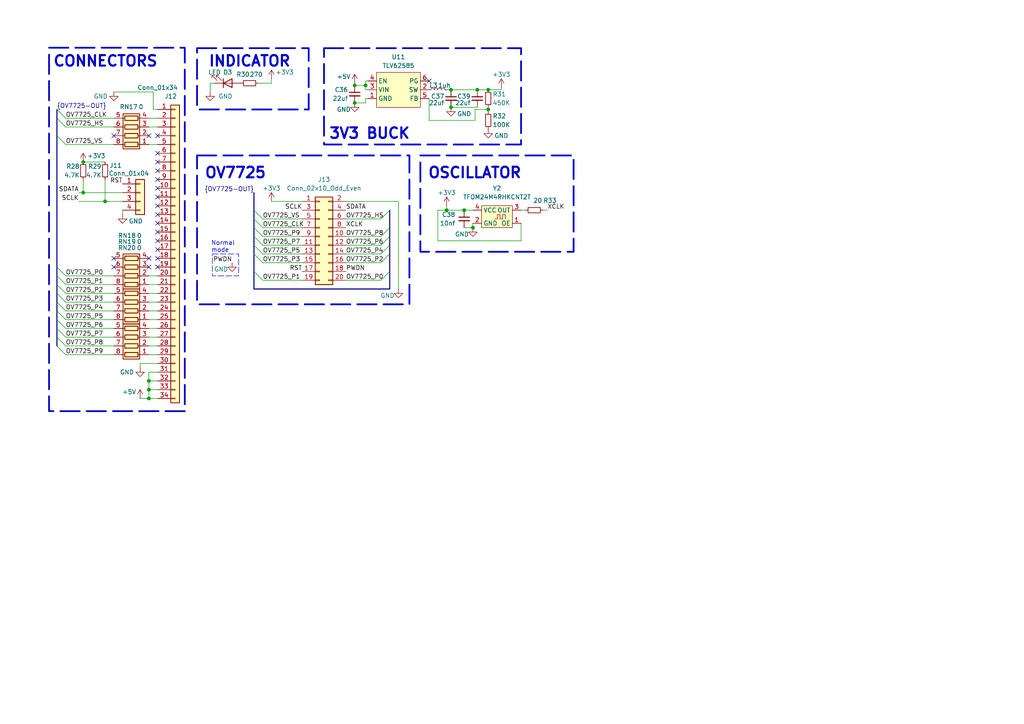
<source format=kicad_sch>
(kicad_sch (version 20250114) (generator "eeschema") (generator_version "9.0")
  (paper "A4")
  (lib_symbols
    (symbol "Connector_Generic:Conn_01x04" (pin_names (offset 1.016) (hide yes))
      (property "Reference" "J" (at 0 5.08 0))
      (property "Value" "Conn_01x04" (at 0 -7.62 0))
      (symbol "Conn_01x04_1_1"
        (rectangle (start -1.27 3.81) (end 1.27 -6.35) (stroke (width 0.254)) (fill (type background)))
        (rectangle (start -1.27 2.667) (end 0 2.413) (stroke (width 0.1524)))
        (rectangle (start -1.27 0.127) (end 0 -0.127) (stroke (width 0.1524)))
        (rectangle (start -1.27 -2.413) (end 0 -2.667) (stroke (width 0.1524)))
        (rectangle (start -1.27 -4.953) (end 0 -5.207) (stroke (width 0.1524)))
        (pin passive line (at -5.08 2.54 0) (length 3.81) (name "Pin_1") (number "1"))
        (pin passive line (at -5.08 0 0) (length 3.81) (name "Pin_2") (number "2"))
        (pin passive line (at -5.08 -2.54 0) (length 3.81) (name "Pin_3") (number "3"))
        (pin passive line (at -5.08 -5.08 0) (length 3.81) (name "Pin_4") (number "4"))
      )
    )
    (symbol "Connector_Generic:Conn_01x34" (pin_names (offset 1.016) (hide yes))
      (property "Reference" "J" (at 0 43.18 0))
      (property "Value" "Conn_01x34" (at 0 -45.72 0))
      (symbol "Conn_01x34_1_1"
        (rectangle (start -1.27 41.91) (end 1.27 -44.45) (stroke (width 0.254)) (fill (type background)))
        (rectangle (start -1.27 40.767) (end 0 40.513) (stroke (width 0.1524)))
        (rectangle (start -1.27 38.227) (end 0 37.973) (stroke (width 0.1524)))
        (rectangle (start -1.27 35.687) (end 0 35.433) (stroke (width 0.1524)))
        (rectangle (start -1.27 33.147) (end 0 32.893) (stroke (width 0.1524)))
        (rectangle (start -1.27 30.607) (end 0 30.353) (stroke (width 0.1524)))
        (rectangle (start -1.27 28.067) (end 0 27.813) (stroke (width 0.1524)))
        (rectangle (start -1.27 25.527) (end 0 25.273) (stroke (width 0.1524)))
        (rectangle (start -1.27 22.987) (end 0 22.733) (stroke (width 0.1524)))
        (rectangle (start -1.27 20.447) (end 0 20.193) (stroke (width 0.1524)))
        (rectangle (start -1.27 17.907) (end 0 17.653) (stroke (width 0.1524)))
        (rectangle (start -1.27 15.367) (end 0 15.113) (stroke (width 0.1524)))
        (rectangle (start -1.27 12.827) (end 0 12.573) (stroke (width 0.1524)))
        (rectangle (start -1.27 10.287) (end 0 10.033) (stroke (width 0.1524)))
        (rectangle (start -1.27 7.747) (end 0 7.493) (stroke (width 0.1524)))
        (rectangle (start -1.27 5.207) (end 0 4.953) (stroke (width 0.1524)))
        (rectangle (start -1.27 2.667) (end 0 2.413) (stroke (width 0.1524)))
        (rectangle (start -1.27 0.127) (end 0 -0.127) (stroke (width 0.1524)))
        (rectangle (start -1.27 -2.413) (end 0 -2.667) (stroke (width 0.1524)))
        (rectangle (start -1.27 -4.953) (end 0 -5.207) (stroke (width 0.1524)))
        (rectangle (start -1.27 -7.493) (end 0 -7.747) (stroke (width 0.1524)))
        (rectangle (start -1.27 -10.033) (end 0 -10.287) (stroke (width 0.1524)))
        (rectangle (start -1.27 -12.573) (end 0 -12.827) (stroke (width 0.1524)))
        (rectangle (start -1.27 -15.113) (end 0 -15.367) (stroke (width 0.1524)))
        (rectangle (start -1.27 -17.653) (end 0 -17.907) (stroke (width 0.1524)))
        (rectangle (start -1.27 -20.193) (end 0 -20.447) (stroke (width 0.1524)))
        (rectangle (start -1.27 -22.733) (end 0 -22.987) (stroke (width 0.1524)))
        (rectangle (start -1.27 -25.273) (end 0 -25.527) (stroke (width 0.1524)))
        (rectangle (start -1.27 -27.813) (end 0 -28.067) (stroke (width 0.1524)))
        (rectangle (start -1.27 -30.353) (end 0 -30.607) (stroke (width 0.1524)))
        (rectangle (start -1.27 -32.893) (end 0 -33.147) (stroke (width 0.1524)))
        (rectangle (start -1.27 -35.433) (end 0 -35.687) (stroke (width 0.1524)))
        (rectangle (start -1.27 -37.973) (end 0 -38.227) (stroke (width 0.1524)))
        (rectangle (start -1.27 -40.513) (end 0 -40.767) (stroke (width 0.1524)))
        (rectangle (start -1.27 -43.053) (end 0 -43.307) (stroke (width 0.1524)))
        (pin passive line (at -5.08 40.64 0) (length 3.81) (name "Pin_1") (number "1"))
        (pin passive line (at -5.08 38.1 0) (length 3.81) (name "Pin_2") (number "2"))
        (pin passive line (at -5.08 35.56 0) (length 3.81) (name "Pin_3") (number "3"))
        (pin passive line (at -5.08 33.02 0) (length 3.81) (name "Pin_4") (number "4"))
        (pin passive line (at -5.08 30.48 0) (length 3.81) (name "Pin_5") (number "5"))
        (pin passive line (at -5.08 27.94 0) (length 3.81) (name "Pin_6") (number "6"))
        (pin passive line (at -5.08 25.4 0) (length 3.81) (name "Pin_7") (number "7"))
        (pin passive line (at -5.08 22.86 0) (length 3.81) (name "Pin_8") (number "8"))
        (pin passive line (at -5.08 20.32 0) (length 3.81) (name "Pin_9") (number "9"))
        (pin passive line (at -5.08 17.78 0) (length 3.81) (name "Pin_10") (number "10"))
        (pin passive line (at -5.08 15.24 0) (length 3.81) (name "Pin_11") (number "11"))
        (pin passive line (at -5.08 12.7 0) (length 3.81) (name "Pin_12") (number "12"))
        (pin passive line (at -5.08 10.16 0) (length 3.81) (name "Pin_13") (number "13"))
        (pin passive line (at -5.08 7.62 0) (length 3.81) (name "Pin_14") (number "14"))
        (pin passive line (at -5.08 5.08 0) (length 3.81) (name "Pin_15") (number "15"))
        (pin passive line (at -5.08 2.54 0) (length 3.81) (name "Pin_16") (number "16"))
        (pin passive line (at -5.08 0 0) (length 3.81) (name "Pin_17") (number "17"))
        (pin passive line (at -5.08 -2.54 0) (length 3.81) (name "Pin_18") (number "18"))
        (pin passive line (at -5.08 -5.08 0) (length 3.81) (name "Pin_19") (number "19"))
        (pin passive line (at -5.08 -7.62 0) (length 3.81) (name "Pin_20") (number "20"))
        (pin passive line (at -5.08 -10.16 0) (length 3.81) (name "Pin_21") (number "21"))
        (pin passive line (at -5.08 -12.7 0) (length 3.81) (name "Pin_22") (number "22"))
        (pin passive line (at -5.08 -15.24 0) (length 3.81) (name "Pin_23") (number "23"))
        (pin passive line (at -5.08 -17.78 0) (length 3.81) (name "Pin_24") (number "24"))
        (pin passive line (at -5.08 -20.32 0) (length 3.81) (name "Pin_25") (number "25"))
        (pin passive line (at -5.08 -22.86 0) (length 3.81) (name "Pin_26") (number "26"))
        (pin passive line (at -5.08 -25.4 0) (length 3.81) (name "Pin_27") (number "27"))
        (pin passive line (at -5.08 -27.94 0) (length 3.81) (name "Pin_28") (number "28"))
        (pin passive line (at -5.08 -30.48 0) (length 3.81) (name "Pin_29") (number "29"))
        (pin passive line (at -5.08 -33.02 0) (length 3.81) (name "Pin_30") (number "30"))
        (pin passive line (at -5.08 -35.56 0) (length 3.81) (name "Pin_31") (number "31"))
        (pin passive line (at -5.08 -38.1 0) (length 3.81) (name "Pin_32") (number "32"))
        (pin passive line (at -5.08 -40.64 0) (length 3.81) (name "Pin_33") (number "33"))
        (pin passive line (at -5.08 -43.18 0) (length 3.81) (name "Pin_34") (number "34"))
      )
    )
    (symbol "Connector_Generic:Conn_02x10_Odd_Even" (pin_names (offset 1.016) (hide yes))
      (property "Reference" "J" (at 1.27 12.7 0))
      (property "Value" "Conn_02x10_Odd_Even" (at 1.27 -15.24 0))
      (symbol "Conn_02x10_Odd_Even_1_1"
        (rectangle (start -1.27 11.43) (end 3.81 -13.97) (stroke (width 0.254)) (fill (type background)))
        (rectangle (start -1.27 10.287) (end 0 10.033) (stroke (width 0.1524)))
        (rectangle (start -1.27 7.747) (end 0 7.493) (stroke (width 0.1524)))
        (rectangle (start -1.27 5.207) (end 0 4.953) (stroke (width 0.1524)))
        (rectangle (start -1.27 2.667) (end 0 2.413) (stroke (width 0.1524)))
        (rectangle (start -1.27 0.127) (end 0 -0.127) (stroke (width 0.1524)))
        (rectangle (start -1.27 -2.413) (end 0 -2.667) (stroke (width 0.1524)))
        (rectangle (start -1.27 -4.953) (end 0 -5.207) (stroke (width 0.1524)))
        (rectangle (start -1.27 -7.493) (end 0 -7.747) (stroke (width 0.1524)))
        (rectangle (start -1.27 -10.033) (end 0 -10.287) (stroke (width 0.1524)))
        (rectangle (start -1.27 -12.573) (end 0 -12.827) (stroke (width 0.1524)))
        (rectangle (start 3.81 10.287) (end 2.54 10.033) (stroke (width 0.1524)))
        (rectangle (start 3.81 7.747) (end 2.54 7.493) (stroke (width 0.1524)))
        (rectangle (start 3.81 5.207) (end 2.54 4.953) (stroke (width 0.1524)))
        (rectangle (start 3.81 2.667) (end 2.54 2.413) (stroke (width 0.1524)))
        (rectangle (start 3.81 0.127) (end 2.54 -0.127) (stroke (width 0.1524)))
        (rectangle (start 3.81 -2.413) (end 2.54 -2.667) (stroke (width 0.1524)))
        (rectangle (start 3.81 -4.953) (end 2.54 -5.207) (stroke (width 0.1524)))
        (rectangle (start 3.81 -7.493) (end 2.54 -7.747) (stroke (width 0.1524)))
        (rectangle (start 3.81 -10.033) (end 2.54 -10.287) (stroke (width 0.1524)))
        (rectangle (start 3.81 -12.573) (end 2.54 -12.827) (stroke (width 0.1524)))
        (pin passive line (at -5.08 10.16 0) (length 3.81) (name "Pin_1") (number "1"))
        (pin passive line (at -5.08 7.62 0) (length 3.81) (name "Pin_3") (number "3"))
        (pin passive line (at -5.08 5.08 0) (length 3.81) (name "Pin_5") (number "5"))
        (pin passive line (at -5.08 2.54 0) (length 3.81) (name "Pin_7") (number "7"))
        (pin passive line (at -5.08 0 0) (length 3.81) (name "Pin_9") (number "9"))
        (pin passive line (at -5.08 -2.54 0) (length 3.81) (name "Pin_11") (number "11"))
        (pin passive line (at -5.08 -5.08 0) (length 3.81) (name "Pin_13") (number "13"))
        (pin passive line (at -5.08 -7.62 0) (length 3.81) (name "Pin_15") (number "15"))
        (pin passive line (at -5.08 -10.16 0) (length 3.81) (name "Pin_17") (number "17"))
        (pin passive line (at -5.08 -12.7 0) (length 3.81) (name "Pin_19") (number "19"))
        (pin passive line (at 7.62 10.16 180) (length 3.81) (name "Pin_2") (number "2"))
        (pin passive line (at 7.62 7.62 180) (length 3.81) (name "Pin_4") (number "4"))
        (pin passive line (at 7.62 5.08 180) (length 3.81) (name "Pin_6") (number "6"))
        (pin passive line (at 7.62 2.54 180) (length 3.81) (name "Pin_8") (number "8"))
        (pin passive line (at 7.62 0 180) (length 3.81) (name "Pin_10") (number "10"))
        (pin passive line (at 7.62 -2.54 180) (length 3.81) (name "Pin_12") (number "12"))
        (pin passive line (at 7.62 -5.08 180) (length 3.81) (name "Pin_14") (number "14"))
        (pin passive line (at 7.62 -7.62 180) (length 3.81) (name "Pin_16") (number "16"))
        (pin passive line (at 7.62 -10.16 180) (length 3.81) (name "Pin_18") (number "18"))
        (pin passive line (at 7.62 -12.7 180) (length 3.81) (name "Pin_20") (number "20"))
      )
    )
    (symbol "Device:C_Small" (pin_numbers (hide yes)) (pin_names (offset 0.254) (hide yes))
      (property "Reference" "C" (at 0.254 1.778 0))
      (property "Value" "C_Small" (at 0.254 -2.032 0))
      (symbol "C_Small_0_1"
        (polyline (pts (xy -1.524 0.508) (xy 1.524 0.508)) (stroke (width 0.3048)))
        (polyline (pts (xy -1.524 -0.508) (xy 1.524 -0.508)) (stroke (width 0.3302)))
      )
      (symbol "C_Small_1_1"
        (pin passive line (at 0 2.54 270) (length 2.032) (name "~") (number "1"))
        (pin passive line (at 0 -2.54 90) (length 2.032) (name "~") (number "2"))
      )
    )
    (symbol "Device:LED" (pin_numbers (hide yes)) (pin_names (offset 1.016) (hide yes))
      (property "Reference" "D" (at 0 2.54 0))
      (property "Value" "LED" (at 0 -2.54 0))
      (symbol "LED_0_1"
        (polyline (pts (xy -3.048 -0.762) (xy -4.572 -2.286) (xy -3.81 -2.286) (xy -4.572 -2.286) (xy -4.572 -1.524)))
        (polyline (pts (xy -1.778 -0.762) (xy -3.302 -2.286) (xy -2.54 -2.286) (xy -3.302 -2.286) (xy -3.302 -1.524)))
        (polyline (pts (xy -1.27 0) (xy 1.27 0)))
        (polyline (pts (xy -1.27 -1.27) (xy -1.27 1.27)) (stroke (width 0.254)))
        (polyline (pts (xy 1.27 -1.27) (xy 1.27 1.27) (xy -1.27 0) (xy 1.27 -1.27)) (stroke (width 0.254)))
      )
      (symbol "LED_1_1"
        (pin passive line (at -3.81 0 0) (length 2.54) (name "K") (number "1"))
        (pin passive line (at 3.81 0 180) (length 2.54) (name "A") (number "2"))
      )
    )
    (symbol "Device:L_Small" (pin_numbers (hide yes)) (pin_names (offset 0.254) (hide yes))
      (property "Reference" "L" (at 0.762 1.016 0))
      (property "Value" "L_Small" (at 0.762 -1.016 0))
      (symbol "L_Small_0_1"
        (arc (start 0 2.032) (mid 0.5058 1.524) (end 0 1.016))
        (arc (start 0 1.016) (mid 0.5058 0.508) (end 0 0))
        (arc (start 0 0) (mid 0.5058 -0.508) (end 0 -1.016))
        (arc (start 0 -1.016) (mid 0.5058 -1.524) (end 0 -2.032))
      )
      (symbol "L_Small_1_1"
        (pin passive line (at 0 2.54 270) (length 0.508) (name "~") (number "1"))
        (pin passive line (at 0 -2.54 90) (length 0.508) (name "~") (number "2"))
      )
    )
    (symbol "Device:R_Pack04" (pin_names (offset 0) (hide yes))
      (property "Reference" "RN" (at -7.62 0 90))
      (property "Value" "R_Pack04" (at 5.08 0 90))
      (symbol "R_Pack04_0_1"
        (rectangle (start -6.35 -2.413) (end 3.81 2.413) (stroke (width 0.254)) (fill (type background)))
        (rectangle (start -5.715 1.905) (end -4.445 -1.905) (stroke (width 0.254)))
        (polyline (pts (xy -5.08 1.905) (xy -5.08 2.54)))
        (polyline (pts (xy -5.08 -2.54) (xy -5.08 -1.905)))
        (rectangle (start -3.175 1.905) (end -1.905 -1.905) (stroke (width 0.254)))
        (polyline (pts (xy -2.54 1.905) (xy -2.54 2.54)))
        (polyline (pts (xy -2.54 -2.54) (xy -2.54 -1.905)))
        (rectangle (start -0.635 1.905) (end 0.635 -1.905) (stroke (width 0.254)))
        (polyline (pts (xy 0 1.905) (xy 0 2.54)))
        (polyline (pts (xy 0 -2.54) (xy 0 -1.905)))
        (rectangle (start 1.905 1.905) (end 3.175 -1.905) (stroke (width 0.254)))
        (polyline (pts (xy 2.54 1.905) (xy 2.54 2.54)))
        (polyline (pts (xy 2.54 -2.54) (xy 2.54 -1.905)))
      )
      (symbol "R_Pack04_1_1"
        (pin passive line (at -5.08 5.08 270) (length 2.54) (name "R1.2") (number "8"))
        (pin passive line (at -5.08 -5.08 90) (length 2.54) (name "R1.1") (number "1"))
        (pin passive line (at -2.54 5.08 270) (length 2.54) (name "R2.2") (number "7"))
        (pin passive line (at -2.54 -5.08 90) (length 2.54) (name "R2.1") (number "2"))
        (pin passive line (at 0 5.08 270) (length 2.54) (name "R3.2") (number "6"))
        (pin passive line (at 0 -5.08 90) (length 2.54) (name "R3.1") (number "3"))
        (pin passive line (at 2.54 5.08 270) (length 2.54) (name "R4.2") (number "5"))
        (pin passive line (at 2.54 -5.08 90) (length 2.54) (name "R4.1") (number "4"))
      )
    )
    (symbol "Device:R_Small" (pin_numbers (hide yes)) (pin_names (offset 0.254) (hide yes))
      (property "Reference" "R" (at 0.762 0.508 0))
      (property "Value" "R_Small" (at 0.762 -1.016 0))
      (symbol "R_Small_0_1"
        (rectangle (start -0.762 1.778) (end 0.762 -1.778) (stroke (width 0.2032)))
      )
      (symbol "R_Small_1_1"
        (pin passive line (at 0 2.54 270) (length 0.762) (name "~") (number "1"))
        (pin passive line (at 0 -2.54 90) (length 0.762) (name "~") (number "2"))
      )
    )
    (symbol "mylib:TFOM24M4RHKCNT2T"
      (property "Reference" "Y" (at -2.286 5.08 0))
      (property "Value" "TFOM24M4RHKCNT2T" (at 0 -4.064 0))
      (symbol "TFOM24M4RHKCNT2T_1_1"
        (rectangle (start -5.08 3.81) (end 3.81 -2.54) (fill (type background)))
        (polyline (pts (xy -1.27 0) (xy -0.508 0) (xy -0.508 1.27) (xy 0.254 1.27) (xy 0.254 0) (xy 1.016 0) (xy 1.016 1.27) (xy 1.778 1.27) (xy 1.778 0)))
        (pin input line (at -7.62 2.54 0) (length 2.54) (name "VCC") (number "4"))
        (pin input line (at -7.62 -1.27 0) (length 2.54) (name "GND") (number "2"))
        (pin output line (at 6.35 2.54 180) (length 2.54) (name "OUT") (number "3"))
        (pin input line (at 6.35 -1.27 180) (length 2.54) (name "OE") (number "1"))
      )
    )
    (symbol "mylib:TLV62585"
      (property "Reference" "U" (at 0 8.89 0))
      (property "Value" "TLV62585" (at 0 6.35 0))
      (symbol "TLV62585_1_1"
        (rectangle (start -6.35 5.08) (end 6.35 -5.08) (fill (type background)))
        (pin input line (at -8.89 2.54 0) (length 2.54) (name "EN") (number "4"))
        (pin power_in line (at -8.89 0 0) (length 2.54) (name "VIN") (number "3"))
        (pin power_out line (at -8.89 -2.54 0) (length 2.54) (name "GND") (number "1"))
        (pin output line (at 8.89 2.54 180) (length 2.54) (name "PG") (number "6"))
        (pin power_out line (at 8.89 0 180) (length 2.54) (name "SW") (number "2"))
        (pin input line (at 8.89 -2.54 180) (length 2.54) (name "FB") (number "5"))
      )
    )
    (symbol "power:+3V3" (power) (pin_names (offset 0))
      (property "Value" "+3V3" (at 0 3.556 0))
      (symbol "+3V3_0_1"
        (polyline (pts (xy -0.762 1.27) (xy 0 2.54)))
        (polyline (pts (xy 0 2.54) (xy 0.762 1.27)))
        (polyline (pts (xy 0 0) (xy 0 2.54)))
      )
      (symbol "+3V3_1_1"
        (pin power_in line (at 0 0 90) (length 0) (hide yes) (name "+3V3") (number "1"))
      )
    )
    (symbol "power:+5V" (power) (pin_numbers (hide yes)) (pin_names (offset 0) (hide yes))
      (property "Value" "+5V" (at 0 3.556 0))
      (symbol "+5V_0_1"
        (polyline (pts (xy -0.762 1.27) (xy 0 2.54)))
        (polyline (pts (xy 0 2.54) (xy 0.762 1.27)))
        (polyline (pts (xy 0 0) (xy 0 2.54)))
      )
      (symbol "+5V_1_1"
        (pin power_in line (at 0 0 90) (length 0) (name "~") (number "1"))
      )
    )
    (symbol "power:GND" (power) (pin_names (offset 0))
      (property "Value" "GND" (at 0 -3.81 0))
      (symbol "GND_0_1"
        (polyline (pts (xy 0 0) (xy 0 -1.27) (xy 1.27 -1.27) (xy 0 -2.54) (xy -1.27 -1.27) (xy 0 -1.27)))
      )
      (symbol "GND_1_1"
        (pin power_in line (at 0 0 270) (length 0) (hide yes) (name "GND") (number "1"))
      )
    )
  )
  (bus_alias "OV7725-OUT" (members "OV7725_P[0..9]" "OV7725_VS" "OV7725_HS" "OV7725_CLK"))
  (rectangle (start 121.92 45.085) (end 166.37 73.025) (stroke (width 0.508) (type dash)))
  (rectangle (start 93.98 13.97) (end 151.13 41.91) (stroke (width 0.508) (type dash)))
  (rectangle (start 14.224 13.843) (end 53.594 119.253) (stroke (width 0.508) (type dash)))
  (rectangle (start 57.15 45.085) (end 118.745 88.265) (stroke (width 0.508) (type dash)))
  (rectangle (start 61.595 73.66) (end 69.215 80.01) (stroke (width 0) (type dash)))
  (rectangle (start 57.15 13.97) (end 89.535 31.75) (stroke (width 0.508) (type dash)))
  (text "OSCILLATOR" (at 123.952 52.07 0) (effects (font (size 3.048 3.048) (thickness 0.6096) (bold yes)) (justify left bottom)))
  (text "OV7725" (at 59.182 52.07 0) (effects (font (size 3.048 3.048) (thickness 0.6096) (bold yes)) (justify left bottom)))
  (text "Normal\nmode" (at 61.214 73.406 0) (effects (font (size 1.27 1.27)) (justify left bottom)))
  (text "CONNECTORS" (at 15.24 19.685 0) (effects (font (size 3.048 3.048) (thickness 0.6096) (bold yes)) (justify left bottom)))
  (text "3V3 BUCK" (at 95.25 40.64 0) (effects (font (size 3.048 3.048) (thickness 0.6096) (bold yes)) (justify left bottom)))
  (text "INDICATOR" (at 60.325 19.685 0) (effects (font (size 3.048 3.048) (thickness 0.6096) (bold yes)) (justify left bottom)))
  (junction (at 141.605 26.035))
  (junction (at 102.87 29.845))
  (junction (at 43.18 110.49))
  (junction (at 30.48 58.42))
  (junction (at 134.62 60.96))
  (junction (at 24.13 46.99))
  (junction (at 43.18 115.57))
  (junction (at 130.81 31.115))
  (junction (at 102.87 24.765))
  (junction (at 138.43 26.035))
  (junction (at 43.18 113.03))
  (junction (at 141.605 31.75))
  (junction (at 24.13 55.88))
  (junction (at 129.54 60.96))
  (junction (at 130.81 26.035))
  (junction (at 137.16 66.04))
  (junction (at 106.045 24.765))
  (no_connect (at 43.18 39.37))
  (no_connect (at 45.72 54.61))
  (no_connect (at 45.72 74.93))
  (no_connect (at 45.72 62.23))
  (no_connect (at 45.72 39.37))
  (no_connect (at 45.72 67.31))
  (no_connect (at 45.72 46.99))
  (no_connect (at 45.72 69.85))
  (no_connect (at 45.72 44.45))
  (no_connect (at 45.72 57.15))
  (no_connect (at 124.46 23.495))
  (no_connect (at 33.02 77.47))
  (no_connect (at 45.72 72.39))
  (no_connect (at 33.02 74.93))
  (no_connect (at 45.72 64.77))
  (no_connect (at 45.72 49.53))
  (no_connect (at 45.72 52.07))
  (no_connect (at 45.72 77.47))
  (no_connect (at 33.02 39.37))
  (no_connect (at 43.18 77.47))
  (no_connect (at 45.72 59.69))
  (no_connect (at 43.18 74.93))
  (bus_entry (at 16.51 80.01) (size 2.54 2.54))
  (bus_entry (at 73.66 78.74) (size 2.54 2.54))
  (bus_entry (at 73.66 68.58) (size 2.54 2.54))
  (bus_entry (at 113.03 71.12) (size -2.54 2.54))
  (bus_entry (at 113.03 73.66) (size -2.54 2.54))
  (bus_entry (at 73.66 66.04) (size 2.54 2.54))
  (bus_entry (at 16.51 97.79) (size 2.54 2.54))
  (bus_entry (at 113.03 78.74) (size -2.54 2.54))
  (bus_entry (at 16.51 39.37) (size 2.54 2.54))
  (bus_entry (at 16.51 87.63) (size 2.54 2.54))
  (bus_entry (at 16.51 90.17) (size 2.54 2.54))
  (bus_entry (at 113.03 66.04) (size -2.54 2.54))
  (bus_entry (at 73.66 73.66) (size 2.54 2.54))
  (bus_entry (at 73.66 60.96) (size 2.54 2.54))
  (bus_entry (at 16.51 92.71) (size 2.54 2.54))
  (bus_entry (at 113.03 68.58) (size -2.54 2.54))
  (bus_entry (at 16.51 77.47) (size 2.54 2.54))
  (bus_entry (at 16.51 31.75) (size 2.54 2.54))
  (bus_entry (at 16.51 82.55) (size 2.54 2.54))
  (bus_entry (at 16.51 95.25) (size 2.54 2.54))
  (bus_entry (at 16.51 34.29) (size 2.54 2.54))
  (bus_entry (at 113.03 60.96) (size -2.54 2.54))
  (bus_entry (at 73.66 63.5) (size 2.54 2.54))
  (bus_entry (at 16.51 100.33) (size 2.54 2.54))
  (bus_entry (at 73.66 71.12) (size 2.54 2.54))
  (bus_entry (at 16.51 85.09) (size 2.54 2.54))
  (wire (pts (xy 100.33 81.28) (xy 110.49 81.28)))
  (wire (pts (xy 87.63 58.42) (xy 78.74 58.42)))
  (bus (pts (xy 16.51 90.17) (xy 16.51 92.71)))
  (wire (pts (xy 24.13 55.88) (xy 35.56 55.88)))
  (bus (pts (xy 16.51 39.37) (xy 16.51 77.47)))
  (wire (pts (xy 22.86 58.42) (xy 30.48 58.42)))
  (bus (pts (xy 113.03 78.74) (xy 113.03 73.66)))
  (wire (pts (xy 158.75 60.96) (xy 157.48 60.96)))
  (wire (pts (xy 19.05 80.01) (xy 33.02 80.01)))
  (wire (pts (xy 129.54 26.035) (xy 130.81 26.035)))
  (wire (pts (xy 43.18 34.29) (xy 45.72 34.29)))
  (wire (pts (xy 43.18 107.95) (xy 43.18 110.49)))
  (wire (pts (xy 151.13 69.85) (xy 127 69.85)))
  (wire (pts (xy 124.46 34.925) (xy 137.795 34.925)))
  (wire (pts (xy 60.96 24.13) (xy 60.96 26.67)))
  (wire (pts (xy 43.18 110.49) (xy 45.72 110.49)))
  (wire (pts (xy 45.72 31.75) (xy 44.45 31.75)))
  (wire (pts (xy 74.93 24.13) (xy 78.74 24.13)))
  (wire (pts (xy 45.72 107.95) (xy 43.18 107.95)))
  (bus (pts (xy 73.66 68.58) (xy 73.66 71.12)))
  (bus (pts (xy 16.51 77.47) (xy 16.51 80.01)))
  (wire (pts (xy 145.415 26.035) (xy 145.415 25.4)))
  (wire (pts (xy 106.68 28.575) (xy 106.045 28.575)))
  (wire (pts (xy 76.2 68.58) (xy 87.63 68.58)))
  (wire (pts (xy 130.81 31.115) (xy 138.43 31.115)))
  (wire (pts (xy 43.18 92.71) (xy 45.72 92.71)))
  (wire (pts (xy 43.18 87.63) (xy 45.72 87.63)))
  (wire (pts (xy 24.13 52.07) (xy 24.13 55.88)))
  (bus (pts (xy 16.51 31.75) (xy 16.51 34.29)))
  (wire (pts (xy 44.45 26.67) (xy 33.02 26.67)))
  (wire (pts (xy 43.18 102.87) (xy 45.72 102.87)))
  (wire (pts (xy 19.05 92.71) (xy 33.02 92.71)))
  (wire (pts (xy 43.18 100.33) (xy 45.72 100.33)))
  (wire (pts (xy 19.05 87.63) (xy 33.02 87.63)))
  (wire (pts (xy 43.18 97.79) (xy 45.72 97.79)))
  (bus (pts (xy 73.66 83.82) (xy 113.03 83.82)))
  (wire (pts (xy 22.86 55.88) (xy 24.13 55.88)))
  (bus (pts (xy 113.03 68.58) (xy 113.03 66.04)))
  (bus (pts (xy 113.03 73.66) (xy 113.03 71.12)))
  (wire (pts (xy 43.18 113.03) (xy 43.18 115.57)))
  (wire (pts (xy 35.56 62.23) (xy 35.56 60.96)))
  (wire (pts (xy 100.33 76.2) (xy 110.49 76.2)))
  (wire (pts (xy 19.05 90.17) (xy 33.02 90.17)))
  (wire (pts (xy 100.33 58.42) (xy 115.57 58.42)))
  (wire (pts (xy 40.64 115.57) (xy 43.18 115.57)))
  (wire (pts (xy 76.2 66.04) (xy 87.63 66.04)))
  (bus (pts (xy 16.51 95.25) (xy 16.51 97.79)))
  (wire (pts (xy 45.72 105.41) (xy 40.64 105.41)))
  (wire (pts (xy 110.49 71.12) (xy 100.33 71.12)))
  (bus (pts (xy 113.03 71.12) (xy 113.03 68.58)))
  (wire (pts (xy 134.62 66.04) (xy 137.16 66.04)))
  (wire (pts (xy 43.18 36.83) (xy 45.72 36.83)))
  (wire (pts (xy 19.05 102.87) (xy 33.02 102.87)))
  (bus (pts (xy 16.51 92.71) (xy 16.51 95.25)))
  (wire (pts (xy 19.05 41.91) (xy 33.02 41.91)))
  (wire (pts (xy 106.045 28.575) (xy 106.045 29.845)))
  (bus (pts (xy 113.03 66.04) (xy 113.03 60.96)))
  (wire (pts (xy 43.18 80.01) (xy 45.72 80.01)))
  (bus (pts (xy 113.03 83.82) (xy 113.03 78.74)))
  (bus (pts (xy 16.51 87.63) (xy 16.51 90.17)))
  (wire (pts (xy 127 69.85) (xy 127 60.96)))
  (wire (pts (xy 151.13 64.77) (xy 151.13 69.85)))
  (wire (pts (xy 19.05 100.33) (xy 33.02 100.33)))
  (wire (pts (xy 106.045 24.765) (xy 102.87 24.765)))
  (bus (pts (xy 73.66 73.66) (xy 73.66 78.74)))
  (wire (pts (xy 43.18 115.57) (xy 45.72 115.57)))
  (wire (pts (xy 106.045 26.035) (xy 106.045 24.765)))
  (bus (pts (xy 16.51 97.79) (xy 16.51 100.33)))
  (wire (pts (xy 78.74 24.13) (xy 78.74 22.86)))
  (wire (pts (xy 44.45 31.75) (xy 44.45 26.67)))
  (wire (pts (xy 30.48 58.42) (xy 35.56 58.42)))
  (wire (pts (xy 100.33 63.5) (xy 110.49 63.5)))
  (wire (pts (xy 43.18 41.91) (xy 45.72 41.91)))
  (wire (pts (xy 19.05 36.83) (xy 33.02 36.83)))
  (wire (pts (xy 100.33 73.66) (xy 110.49 73.66)))
  (wire (pts (xy 130.81 26.035) (xy 138.43 26.035)))
  (wire (pts (xy 137.795 31.75) (xy 141.605 31.75)))
  (wire (pts (xy 19.05 34.29) (xy 33.02 34.29)))
  (wire (pts (xy 43.18 82.55) (xy 45.72 82.55)))
  (wire (pts (xy 19.05 97.79) (xy 33.02 97.79)))
  (wire (pts (xy 134.62 60.96) (xy 137.16 60.96)))
  (bus (pts (xy 73.66 55.88) (xy 73.66 60.96)))
  (wire (pts (xy 129.54 60.96) (xy 134.62 60.96)))
  (wire (pts (xy 129.54 59.69) (xy 129.54 60.96)))
  (wire (pts (xy 76.2 63.5) (xy 87.63 63.5)))
  (wire (pts (xy 40.64 105.41) (xy 40.64 106.68)))
  (wire (pts (xy 76.2 73.66) (xy 87.63 73.66)))
  (wire (pts (xy 19.05 82.55) (xy 33.02 82.55)))
  (bus (pts (xy 16.51 85.09) (xy 16.51 87.63)))
  (wire (pts (xy 138.43 26.035) (xy 141.605 26.035)))
  (wire (pts (xy 102.87 24.13) (xy 102.87 24.765)))
  (wire (pts (xy 24.13 46.99) (xy 30.48 46.99)))
  (wire (pts (xy 110.49 68.58) (xy 100.33 68.58)))
  (wire (pts (xy 137.16 66.04) (xy 137.16 64.77)))
  (wire (pts (xy 19.05 95.25) (xy 33.02 95.25)))
  (bus (pts (xy 73.66 63.5) (xy 73.66 66.04)))
  (wire (pts (xy 137.795 34.925) (xy 137.795 31.75)))
  (wire (pts (xy 76.2 81.28) (xy 87.63 81.28)))
  (bus (pts (xy 73.66 71.12) (xy 73.66 73.66)))
  (bus (pts (xy 16.51 82.55) (xy 16.51 85.09)))
  (wire (pts (xy 151.13 60.96) (xy 152.4 60.96)))
  (wire (pts (xy 102.87 29.845) (xy 106.045 29.845)))
  (bus (pts (xy 73.66 60.96) (xy 73.66 63.5)))
  (wire (pts (xy 106.68 26.035) (xy 106.045 26.035)))
  (wire (pts (xy 43.18 110.49) (xy 43.18 113.03)))
  (wire (pts (xy 124.46 28.575) (xy 124.46 34.925)))
  (wire (pts (xy 43.18 95.25) (xy 45.72 95.25)))
  (bus (pts (xy 16.51 34.29) (xy 16.51 39.37)))
  (wire (pts (xy 43.18 113.03) (xy 45.72 113.03)))
  (bus (pts (xy 73.66 78.74) (xy 73.66 83.82)))
  (wire (pts (xy 141.605 26.035) (xy 145.415 26.035)))
  (wire (pts (xy 62.23 24.13) (xy 60.96 24.13)))
  (wire (pts (xy 76.2 76.2) (xy 87.63 76.2)))
  (wire (pts (xy 141.605 31.75) (xy 141.605 32.385)))
  (wire (pts (xy 30.48 52.07) (xy 30.48 58.42)))
  (wire (pts (xy 43.18 85.09) (xy 45.72 85.09)))
  (wire (pts (xy 43.18 90.17) (xy 45.72 90.17)))
  (wire (pts (xy 106.68 23.495) (xy 106.045 23.495)))
  (wire (pts (xy 115.57 58.42) (xy 115.57 83.82)))
  (wire (pts (xy 76.2 71.12) (xy 87.63 71.12)))
  (wire (pts (xy 141.605 31.115) (xy 141.605 31.75)))
  (bus (pts (xy 73.66 66.04) (xy 73.66 68.58)))
  (wire (pts (xy 127 60.96) (xy 129.54 60.96)))
  (wire (pts (xy 19.05 85.09) (xy 33.02 85.09)))
  (bus (pts (xy 16.51 80.01) (xy 16.51 82.55)))
  (wire (pts (xy 106.045 23.495) (xy 106.045 24.765)))
  (label "RST" (at 35.56 53.34 180))
  (label "OV7725_P3" (at 19.05 87.63 0))
  (label "SDATA" (at 100.33 60.96 0))
  (label "{OV7725-OUT}" (at 73.66 55.88 180))
  (label "PWDN" (at 100.33 78.74 0))
  (label "OV7725_HS" (at 100.33 63.5 0))
  (label "OV7725_P1" (at 19.05 82.55 0))
  (label "SCLK" (at 87.63 60.96 180))
  (label "OV7725_P5" (at 19.05 92.71 0))
  (label "OV7725_P2" (at 19.05 85.09 0))
  (label "OV7725_P0" (at 100.33 81.28 0))
  (label "PWDN" (at 67.31 76.2 180))
  (label "OV7725_P8" (at 100.33 68.58 0))
  (label "OV7725_P5" (at 76.2 73.66 0))
  (label "OV7725_P6" (at 19.05 95.25 0))
  (label "OV7725_P6" (at 100.33 71.12 0))
  (label "OV7725_CLK" (at 76.2 66.04 0))
  (label "XCLK" (at 158.75 60.96 0))
  (label "OV7725_P3" (at 76.2 76.2 0))
  (label "OV7725_P4" (at 100.33 73.66 0))
  (label "OV7725_CLK" (at 19.05 34.29 0))
  (label "OV7725_P0" (at 19.05 80.01 0))
  (label "RST" (at 87.63 78.74 180))
  (label "XCLK" (at 100.33 66.04 0))
  (label "OV7725_P4" (at 19.05 90.17 0))
  (label "SCLK" (at 22.86 58.42 180))
  (label "OV7725_P9" (at 76.2 68.58 0))
  (label "OV7725_P2" (at 100.33 76.2 0))
  (label "OV7725_P7" (at 19.05 97.79 0))
  (label "OV7725_P7" (at 76.2 71.12 0))
  (label "OV7725_VS" (at 19.05 41.91 0))
  (label "OV7725_VS" (at 76.2 63.5 0))
  (label "OV7725_P1" (at 76.2 81.28 0))
  (label "SDATA" (at 22.86 55.88 180))
  (label "{OV7725-OUT}" (at 16.51 31.75 0))
  (label "OV7725_P9" (at 19.05 102.87 0))
  (label "OV7725_P8" (at 19.05 100.33 0))
  (label "OV7725_HS" (at 19.05 36.83 0))
  (symbol (lib_id "power:+3V3") (at 129.54 59.69 0) (unit 1)
    (property "Reference" "#PWR97" (effects (hide yes)))
    (property "Value" "+3V3" (at 129.54 55.88 0))
    (property "Description" "Power symbol creates a global label with name \"+3V3\"" (effects (hide yes)))
  )
  (symbol (lib_id "power:GND") (at 60.96 26.67 0) (unit 1)
    (property "Reference" "#PWR90" (effects (hide yes)))
    (property "Value" "GND" (at 65.405 27.94 0))
  )
  (symbol (lib_id "Device:R_Small") (at 30.48 49.53 0) (unit 1)
    (property "Reference" "R29" (at 29.464 48.26 0) (effects (justify right)))
    (property "Value" "4.7K" (at 29.464 50.8 0) (effects (justify right)))
    (property "Footprint" "Resistor_SMD:R_0603_1608Metric" (effects (hide yes)))
    (property "Description" "Resistor, small symbol" (effects (hide yes)))
  )
  (symbol (lib_id "mylib:TLV62585") (at 115.57 26.035 0) (unit 1)
    (property "Reference" "U11" (at 115.57 16.51 0))
    (property "Value" "TLV62585" (at 115.57 19.05 0))
    (property "Footprint" "Package_TO_SOT_SMD:SOT-563" (effects (hide yes)))
  )
  (symbol (lib_id "Device:R_Small") (at 154.94 60.96 90) (mirror x) (unit 1)
    (property "Reference" "R33" (at 159.512 58.166 90))
    (property "Value" "20" (at 155.956 58.166 90))
    (property "Footprint" "Resistor_SMD:R_0603_1608Metric" (effects (hide yes)))
    (property "Description" "Resistor, small symbol" (effects (hide yes)))
  )
  (symbol (lib_id "power:+3V3") (at 24.13 46.99 0) (unit 1)
    (property "Reference" "#PWR85" (effects (hide yes)))
    (property "Value" "+3V3" (at 27.94 45.212 0))
    (property "Description" "Power symbol creates a global label with name \"+3V3\"" (effects (hide yes)))
  )
  (symbol (lib_id "power:GND") (at 67.31 76.2 0) (unit 1)
    (property "Reference" "#PWR91" (effects (hide yes)))
    (property "Value" "GND" (at 64.135 78.105 0))
    (property "Description" "Power symbol creates a global label with name \"GND\" , ground" (effects (hide yes)))
  )
  (symbol (lib_id "Device:R_Small") (at 72.39 24.13 90) (unit 1)
    (property "Reference" "R30" (at 70.485 21.59 90))
    (property "Value" "270" (at 74.295 21.59 90))
    (property "Footprint" "Resistor_SMD:R_0603_1608Metric" (effects (hide yes)))
  )
  (symbol (lib_id "power:GND") (at 35.56 62.23 0) (unit 1)
    (property "Reference" "#PWR87" (effects (hide yes)))
    (property "Value" "GND" (at 39.37 64.135 0))
  )
  (symbol (lib_id "power:+3V3") (at 145.415 25.4 0) (unit 1)
    (property "Reference" "#PWR101" (effects (hide yes)))
    (property "Value" "+3V3" (at 145.415 21.59 0))
    (property "Description" "Power symbol creates a global label with name \"+3V3\"" (effects (hide yes)))
  )
  (symbol (lib_id "Connector_Generic:Conn_02x10_Odd_Even") (at 92.71 68.58 0) (unit 1)
    (property "Reference" "J13" (at 93.98 52.07 0))
    (property "Value" "Conn_02x10_Odd_Even" (at 93.98 54.61 0))
    (property "Footprint" "Connector_PinSocket_2.54mm:PinSocket_2x10_P2.54mm_Vertical" (effects (hide yes)))
    (property "Description" "Generic connector, double row, 02x10, odd/even pin numbering scheme (row 1 odd numbers, row 2 even numbers), script generated (kicad-library-utils/schlib/autogen/connector/)" (effects (hide yes)))
  )
  (symbol (lib_id "power:GND") (at 102.87 29.845 0) (unit 1)
    (property "Reference" "#PWR95" (effects (hide yes)))
    (property "Value" "GND" (at 99.695 31.75 0))
    (property "Description" "Power symbol creates a global label with name \"GND\" , ground" (effects (hide yes)))
  )
  (symbol (lib_id "Device:LED") (at 66.04 24.13 0) (mirror x) (unit 1)
    (property "Reference" "D3" (at 66.04 20.955 0))
    (property "Value" "LED" (at 62.23 20.955 0))
    (property "Footprint" "LED_SMD:LED_0805_2012Metric" (effects (hide yes)))
  )
  (symbol (lib_id "Device:C_Small") (at 134.62 63.5 0) (unit 1)
    (property "Reference" "C38" (at 132.08 62.2362 0) (effects (justify right)))
    (property "Value" "10nf" (at 132.08 64.7762 0) (effects (justify right)))
    (property "Footprint" "Capacitor_SMD:C_0603_1608Metric" (effects (hide yes)))
    (property "Description" "Unpolarized capacitor, small symbol" (effects (hide yes)))
  )
  (symbol (lib_id "Device:C_Small") (at 138.43 28.575 0) (mirror y) (unit 1)
    (property "Reference" "C39" (at 136.525 27.94 0) (effects (justify left)))
    (property "Value" "22uf" (at 136.525 29.845 0) (effects (justify left)))
    (property "Footprint" "Capacitor_SMD:C_0805_2012Metric" (effects (hide yes)))
    (property "Description" "Unpolarized capacitor, small symbol" (effects (hide yes)))
  )
  (symbol (lib_id "Device:C_Small") (at 102.87 27.305 0) (mirror y) (unit 1)
    (property "Reference" "C36" (at 100.965 26.035 0) (effects (justify left)))
    (property "Value" "22uf" (at 100.965 28.575 0) (effects (justify left)))
    (property "Footprint" "Capacitor_SMD:C_0805_2012Metric" (effects (hide yes)))
    (property "Description" "Unpolarized capacitor, small symbol" (effects (hide yes)))
  )
  (symbol (lib_id "Device:R_Pack04") (at 38.1 97.79 90) (unit 1)
    (property "Reference" "RN20" (at 36.83 71.882 90))
    (property "Value" "0" (at 40.386 71.882 90))
    (property "Footprint" "Resistor_SMD:R_Array_Convex_4x0603" (effects (hide yes)))
    (property "Description" "4 resistor network, parallel topology" (effects (hide yes)))
  )
  (symbol (lib_id "Device:R_Pack04") (at 38.1 36.83 90) (unit 1)
    (property "Reference" "RN17" (at 37.338 30.988 90))
    (property "Value" "0" (at 40.894 30.988 90))
    (property "Footprint" "Resistor_SMD:R_Array_Convex_4x0603" (effects (hide yes)))
    (property "Description" "4 resistor network, parallel topology" (effects (hide yes)))
  )
  (symbol (lib_id "power:+3V3") (at 78.74 22.86 0) (unit 1)
    (property "Reference" "#PWR92" (effects (hide yes)))
    (property "Value" "+3V3" (at 82.55 20.955 0))
  )
  (symbol (lib_id "Connector_Generic:Conn_01x04") (at 40.64 55.88 0) (unit 1)
    (property "Reference" "J11" (at 31.75 48.006 0) (effects (justify left)))
    (property "Value" "Conn_01x04" (at 31.496 50.292 0) (effects (justify left)))
    (property "Footprint" "Connector_PinHeader_2.54mm:PinHeader_1x04_P2.54mm_Vertical" (effects (hide yes)))
  )
  (symbol (lib_id "Device:C_Small") (at 130.81 28.575 0) (mirror y) (unit 1)
    (property "Reference" "C37" (at 128.905 27.94 0) (effects (justify left)))
    (property "Value" "22uf" (at 128.905 29.845 0) (effects (justify left)))
    (property "Footprint" "Capacitor_SMD:C_0805_2012Metric" (effects (hide yes)))
    (property "Description" "Unpolarized capacitor, small symbol" (effects (hide yes)))
  )
  (symbol (lib_id "power:GND") (at 40.64 106.68 0) (mirror y) (unit 1)
    (property "Reference" "#PWR88" (effects (hide yes)))
    (property "Value" "GND" (at 36.83 107.95 0))
    (property "Description" "Power symbol creates a global label with name \"GND\" , ground" (effects (hide yes)))
  )
  (symbol (lib_id "power:+5V") (at 102.87 24.13 0) (unit 1)
    (property "Reference" "#PWR94" (effects (hide yes)))
    (property "Value" "+5V" (at 99.695 22.225 0))
    (property "Description" "Power symbol creates a global label with name \"+5V\"" (effects (hide yes)))
  )
  (symbol (lib_id "power:GND") (at 141.605 37.465 0) (unit 1)
    (property "Reference" "#PWR100" (effects (hide yes)))
    (property "Value" "GND" (at 145.415 39.37 0))
    (property "Description" "Power symbol creates a global label with name \"GND\" , ground" (effects (hide yes)))
  )
  (symbol (lib_id "Device:R_Small") (at 141.605 34.925 180) (unit 1)
    (property "Reference" "R32" (at 142.875 33.655 0) (effects (justify right)))
    (property "Value" "100K" (at 142.875 36.195 0) (effects (justify right)))
    (property "Footprint" "Resistor_SMD:R_0402_1005Metric" (effects (hide yes)))
    (property "Description" "Resistor, small symbol" (effects (hide yes)))
  )
  (symbol (lib_id "Device:R_Small") (at 141.605 28.575 180) (unit 1)
    (property "Reference" "R31" (at 142.875 27.305 0) (effects (justify right)))
    (property "Value" "450K" (at 142.875 29.845 0) (effects (justify right)))
    (property "Footprint" "Resistor_SMD:R_0402_1005Metric" (effects (hide yes)))
    (property "Description" "Resistor, small symbol" (effects (hide yes)))
  )
  (symbol (lib_id "Device:L_Small") (at 127 26.035 90) (unit 1)
    (property "Reference" "L3" (at 125.73 24.765 90))
    (property "Value" "1uh" (at 128.905 24.765 90))
    (property "Footprint" "Inductor_SMD:L_0603_1608Metric" (effects (hide yes)))
    (property "Description" "Inductor, small symbol" (effects (hide yes)))
  )
  (symbol (lib_id "Device:R_Small") (at 24.13 49.53 0) (unit 1)
    (property "Reference" "R28" (at 23.114 48.26 0) (effects (justify right)))
    (property "Value" "4.7K" (at 23.114 50.8 0) (effects (justify right)))
    (property "Footprint" "Resistor_SMD:R_0603_1608Metric" (effects (hide yes)))
    (property "Description" "Resistor, small symbol" (effects (hide yes)))
  )
  (symbol (lib_id "Connector_Generic:Conn_01x34") (at 50.8 72.39 0) (unit 1)
    (property "Reference" "J12" (at 49.53 27.94 0))
    (property "Value" "Conn_01x34" (at 45.72 25.4 0))
    (property "Footprint" "C279718:FPC-SMD_KH-FG0.5-H2.0-34PIN" (effects (hide yes)))
    (property "Description" "Generic connector, single row, 01x34, script generated (kicad-library-utils/schlib/autogen/connector/)" (effects (hide yes)))
  )
  (symbol (lib_id "mylib:TFOM24M4RHKCNT2T") (at 144.78 63.5 0) (unit 1)
    (property "Reference" "Y2" (at 144.145 54.61 0))
    (property "Value" "TFOM24M4RHKCNT2T" (at 144.145 57.15 0))
    (property "Datasheet" "https://www.lcsc.com/datasheet/lcsc_datasheet_2410010301_Yajingxin-TFOM24M4RHKCNT2T_C454612.pdf" (effects (hide yes)))
  )
  (symbol (lib_id "power:GND") (at 33.02 26.67 0) (mirror y) (unit 1)
    (property "Reference" "#PWR86" (effects (hide yes)))
    (property "Value" "GND" (at 29.21 27.94 0))
    (property "Description" "Power symbol creates a global label with name \"GND\" , ground" (effects (hide yes)))
  )
  (symbol (lib_id "power:+3V3") (at 78.74 58.42 0) (unit 1)
    (property "Reference" "#PWR93" (effects (hide yes)))
    (property "Value" "+3V3" (at 78.74 54.61 0))
    (property "Description" "Power symbol creates a global label with name \"+3V3\"" (effects (hide yes)))
  )
  (symbol (lib_id "Device:R_Pack04") (at 38.1 77.47 90) (unit 1)
    (property "Reference" "RN18" (at 36.83 68.326 90))
    (property "Value" "0" (at 40.386 68.326 90))
    (property "Footprint" "Resistor_SMD:R_Array_Convex_4x0603" (effects (hide yes)))
    (property "Description" "4 resistor network, parallel topology" (effects (hide yes)))
  )
  (symbol (lib_id "power:GND") (at 115.57 83.82 0) (unit 1)
    (property "Reference" "#PWR96" (effects (hide yes)))
    (property "Value" "GND" (at 112.395 85.725 0))
    (property "Description" "Power symbol creates a global label with name \"GND\" , ground" (effects (hide yes)))
  )
  (symbol (lib_id "power:GND") (at 130.81 31.115 0) (unit 1)
    (property "Reference" "#PWR98" (effects (hide yes)))
    (property "Value" "GND" (at 134.62 33.02 0))
    (property "Description" "Power symbol creates a global label with name \"GND\" , ground" (effects (hide yes)))
  )
  (symbol (lib_id "Device:R_Pack04") (at 38.1 87.63 90) (unit 1)
    (property "Reference" "RN19" (at 36.83 70.104 90))
    (property "Value" "0" (at 40.386 70.104 90))
    (property "Footprint" "Resistor_SMD:R_Array_Convex_4x0603" (effects (hide yes)))
    (property "Description" "4 resistor network, parallel topology" (effects (hide yes)))
  )
  (symbol (lib_id "power:+5V") (at 40.64 115.57 0) (unit 1)
    (property "Reference" "#PWR89" (effects (hide yes)))
    (property "Value" "+5V" (at 37.465 113.665 0))
    (property "Description" "Power symbol creates a global label with name \"+5V\"" (effects (hide yes)))
  )
  (symbol (lib_id "power:GND") (at 137.16 66.04 0) (unit 1)
    (property "Reference" "#PWR99" (effects (hide yes)))
    (property "Value" "GND" (at 133.985 67.945 0))
    (property "Description" "Power symbol creates a global label with name \"GND\" , ground" (effects (hide yes)))
  )
)
</source>
